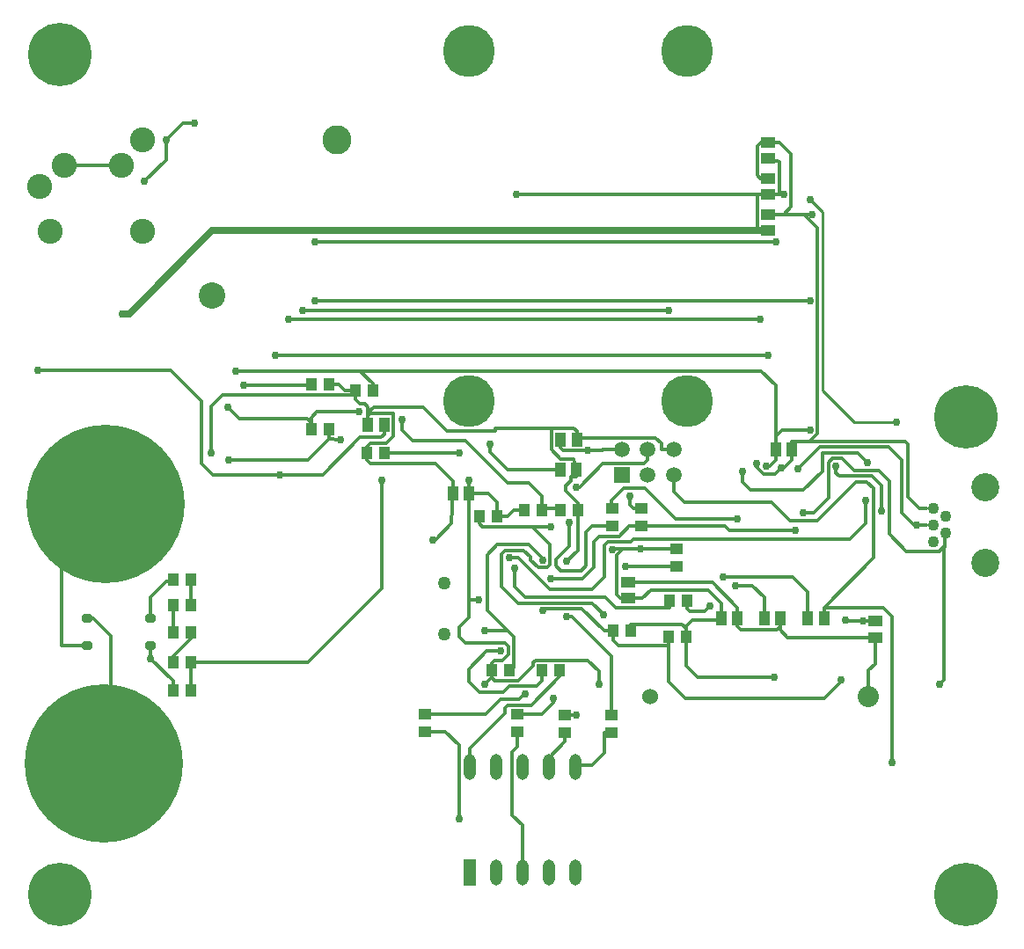
<source format=gbl>
%FSLAX24Y24*%
%MOIN*%
G70*
G01*
G75*
G04 Layer_Physical_Order=2*
G04 Layer_Color=16711680*
%ADD10R,0.0551X0.1673*%
%ADD11O,0.0551X0.0098*%
%ADD12R,0.0551X0.0098*%
G04:AMPARAMS|DCode=13|XSize=66.9mil|YSize=51.2mil|CornerRadius=12.8mil|HoleSize=0mil|Usage=FLASHONLY|Rotation=90.000|XOffset=0mil|YOffset=0mil|HoleType=Round|Shape=RoundedRectangle|*
%AMROUNDEDRECTD13*
21,1,0.0669,0.0256,0,0,90.0*
21,1,0.0413,0.0512,0,0,90.0*
1,1,0.0256,0.0128,0.0207*
1,1,0.0256,0.0128,-0.0207*
1,1,0.0256,-0.0128,-0.0207*
1,1,0.0256,-0.0128,0.0207*
%
%ADD13ROUNDEDRECTD13*%
%ADD14R,0.0394X0.0492*%
%ADD15R,0.0394X0.0591*%
%ADD16R,0.0276X0.0591*%
%ADD17R,0.0492X0.0394*%
%ADD18R,0.1181X0.3937*%
%ADD19R,0.0335X0.0315*%
%ADD20R,0.0374X0.0236*%
G04:AMPARAMS|DCode=21|XSize=90.6mil|YSize=43.3mil|CornerRadius=10.8mil|HoleSize=0mil|Usage=FLASHONLY|Rotation=270.000|XOffset=0mil|YOffset=0mil|HoleType=Round|Shape=RoundedRectangle|*
%AMROUNDEDRECTD21*
21,1,0.0906,0.0217,0,0,270.0*
21,1,0.0689,0.0433,0,0,270.0*
1,1,0.0217,-0.0108,-0.0344*
1,1,0.0217,-0.0108,0.0344*
1,1,0.0217,0.0108,0.0344*
1,1,0.0217,0.0108,-0.0344*
%
%ADD21ROUNDEDRECTD21*%
%ADD22R,0.0413X0.0551*%
%ADD23R,0.0276X0.0197*%
%ADD24O,0.0512X0.0217*%
%ADD25O,0.0217X0.0512*%
%ADD26R,0.0433X0.0866*%
%ADD27R,0.0315X0.0335*%
%ADD28R,0.0787X0.0354*%
%ADD29R,0.0787X0.1299*%
%ADD30O,0.0177X0.0709*%
%ADD31R,0.0551X0.0413*%
G04:AMPARAMS|DCode=32|XSize=60mil|YSize=20mil|CornerRadius=5mil|HoleSize=0mil|Usage=FLASHONLY|Rotation=270.000|XOffset=0mil|YOffset=0mil|HoleType=Round|Shape=RoundedRectangle|*
%AMROUNDEDRECTD32*
21,1,0.0600,0.0100,0,0,270.0*
21,1,0.0500,0.0200,0,0,270.0*
1,1,0.0100,-0.0050,-0.0250*
1,1,0.0100,-0.0050,0.0250*
1,1,0.0100,0.0050,0.0250*
1,1,0.0100,0.0050,-0.0250*
%
%ADD32ROUNDEDRECTD32*%
%ADD33R,0.0433X0.0217*%
%ADD34R,0.0295X0.0217*%
%ADD35C,0.0140*%
%ADD36C,0.0200*%
%ADD37C,0.0100*%
%ADD38C,0.0250*%
G04:AMPARAMS|DCode=39|XSize=600mil|YSize=600mil|CornerRadius=300mil|HoleSize=0mil|Usage=FLASHONLY|Rotation=0.000|XOffset=0mil|YOffset=0mil|HoleType=Round|Shape=RoundedRectangle|*
%AMROUNDEDRECTD39*
21,1,0.6000,0.0000,0,0,0.0*
21,1,0.0000,0.6000,0,0,0.0*
1,1,0.6000,0.0000,0.0000*
1,1,0.6000,0.0000,0.0000*
1,1,0.6000,0.0000,0.0000*
1,1,0.6000,0.0000,0.0000*
%
%ADD39ROUNDEDRECTD39*%
%ADD40C,0.1969*%
%ADD41C,0.1100*%
%ADD42C,0.1000*%
%ADD43C,0.0950*%
%ADD44C,0.0600*%
%ADD45C,0.0800*%
%ADD46C,0.0591*%
%ADD47R,0.0591X0.0591*%
%ADD48R,0.0472X0.0984*%
%ADD49O,0.0472X0.0984*%
G04:AMPARAMS|DCode=50|XSize=106.3mil|YSize=106.3mil|CornerRadius=53.2mil|HoleSize=0mil|Usage=FLASHONLY|Rotation=180.000|XOffset=0mil|YOffset=0mil|HoleType=Round|Shape=RoundedRectangle|*
%AMROUNDEDRECTD50*
21,1,0.1063,0.0000,0,0,180.0*
21,1,0.0000,0.1063,0,0,180.0*
1,1,0.1063,0.0000,0.0000*
1,1,0.1063,0.0000,0.0000*
1,1,0.1063,0.0000,0.0000*
1,1,0.1063,0.0000,0.0000*
%
%ADD50ROUNDEDRECTD50*%
G04:AMPARAMS|DCode=51|XSize=43.3mil|YSize=43.3mil|CornerRadius=21.7mil|HoleSize=0mil|Usage=FLASHONLY|Rotation=180.000|XOffset=0mil|YOffset=0mil|HoleType=Round|Shape=RoundedRectangle|*
%AMROUNDEDRECTD51*
21,1,0.0433,0.0000,0,0,180.0*
21,1,0.0000,0.0433,0,0,180.0*
1,1,0.0433,0.0000,0.0000*
1,1,0.0433,0.0000,0.0000*
1,1,0.0433,0.0000,0.0000*
1,1,0.0433,0.0000,0.0000*
%
%ADD51ROUNDEDRECTD51*%
%ADD52C,0.0500*%
%ADD53C,0.2400*%
%ADD54C,0.0300*%
G04:AMPARAMS|DCode=55|XSize=37.8mil|YSize=30.7mil|CornerRadius=7.7mil|HoleSize=0mil|Usage=FLASHONLY|Rotation=0.000|XOffset=0mil|YOffset=0mil|HoleType=Round|Shape=RoundedRectangle|*
%AMROUNDEDRECTD55*
21,1,0.0378,0.0154,0,0,0.0*
21,1,0.0224,0.0307,0,0,0.0*
1,1,0.0154,0.0112,-0.0077*
1,1,0.0154,-0.0112,-0.0077*
1,1,0.0154,-0.0112,0.0077*
1,1,0.0154,0.0112,0.0077*
%
%ADD55ROUNDEDRECTD55*%
D14*
X26131Y18860D02*
D03*
X26800D02*
D03*
X26131Y23050D02*
D03*
X26800D02*
D03*
X26131Y19940D02*
D03*
X26800D02*
D03*
X26131Y21050D02*
D03*
X26800D02*
D03*
Y22090D02*
D03*
X26131D02*
D03*
X41459Y25710D02*
D03*
X40790D02*
D03*
X40099D02*
D03*
X39430D02*
D03*
X34130Y27860D02*
D03*
X33461D02*
D03*
X33680Y30230D02*
D03*
X33011D02*
D03*
X32015Y28750D02*
D03*
X31346D02*
D03*
X31366Y30460D02*
D03*
X32035D02*
D03*
X37714Y25470D02*
D03*
X38383D02*
D03*
X45580Y22280D02*
D03*
X44911D02*
D03*
X40101Y19620D02*
D03*
X40770D02*
D03*
X38850D02*
D03*
X38181D02*
D03*
X44891Y20910D02*
D03*
X45560D02*
D03*
X43450Y21130D02*
D03*
X42781D02*
D03*
D17*
X42720Y17940D02*
D03*
Y17271D02*
D03*
X40970Y17940D02*
D03*
Y17271D02*
D03*
X39160Y17960D02*
D03*
Y17291D02*
D03*
X42740Y25759D02*
D03*
Y25090D02*
D03*
X43840Y25759D02*
D03*
Y25090D02*
D03*
X45180Y24229D02*
D03*
Y23560D02*
D03*
X35650Y17970D02*
D03*
Y17301D02*
D03*
D22*
X49560Y28000D02*
D03*
X48950D02*
D03*
X46895Y21604D02*
D03*
X47505D02*
D03*
X34110Y28930D02*
D03*
X33500D02*
D03*
X36715Y26330D02*
D03*
X37325D02*
D03*
X41409Y28380D02*
D03*
X40799D02*
D03*
X40795Y27230D02*
D03*
X41405D02*
D03*
X50165Y21604D02*
D03*
X50775D02*
D03*
X49120Y21590D02*
D03*
X48510D02*
D03*
D31*
X52720Y20880D02*
D03*
Y21490D02*
D03*
X43360Y22960D02*
D03*
Y22350D02*
D03*
X48665Y36910D02*
D03*
Y36300D02*
D03*
Y38272D02*
D03*
Y37661D02*
D03*
Y39633D02*
D03*
Y39023D02*
D03*
D35*
X50020Y36910D02*
X50530Y36400D01*
X49560Y28300D02*
X50230D01*
X41409Y28440D02*
X44400D01*
X28000Y30070D02*
X33011D01*
X41180Y26960D02*
X41405D01*
X25270Y20080D02*
X26131Y19219D01*
X42780Y20780D02*
Y21130D01*
X40130Y21970D02*
X41600D01*
X52466Y18623D02*
Y19620D01*
X43450Y21380D02*
X45400D01*
X45800Y21540D02*
X46895D01*
X22857Y21613D02*
X23100D01*
X47431Y22840D02*
X48070D01*
X48510Y22400D01*
Y21590D02*
Y22400D01*
X34130Y27860D02*
X36950D01*
X25270Y21613D02*
Y22400D01*
X25870Y23000D01*
X26131D02*
Y23050D01*
X52240Y21490D02*
X52720D01*
X48720Y27370D02*
X48950Y27600D01*
Y28000D01*
X28500Y30970D02*
X33200D01*
X33680Y30490D01*
Y30230D02*
Y30490D01*
X48240Y37661D02*
X48665D01*
X48240Y36400D02*
X48340Y36300D01*
X38800Y27230D02*
X40795D01*
X38130Y27900D02*
X38800Y27230D01*
X38130Y27900D02*
Y28204D01*
X45400Y21380D02*
X45560Y21220D01*
X43450Y21130D02*
Y21380D01*
X40799Y28061D02*
X40900Y27960D01*
X41830D01*
X45560Y21300D02*
X45800Y21540D01*
X46895D02*
Y21604D01*
X46000Y19350D02*
X48880D01*
X45560Y19790D02*
X46000Y19350D01*
X45560Y19790D02*
Y20910D01*
X42920Y24000D02*
X43149Y24229D01*
X42920Y22500D02*
Y24000D01*
Y22500D02*
X43070Y22350D01*
X43360D01*
X38383Y25470D02*
X38780D01*
X39020Y25710D01*
X39430D01*
X38383Y25470D02*
Y26000D01*
X38053Y26330D02*
X38383Y26000D01*
X37325Y26330D02*
X38053D01*
X37325D02*
Y26834D01*
X40799Y28061D02*
Y28380D01*
X42400Y27960D02*
Y28004D01*
X43112D01*
X42760Y24200D02*
X42789Y24229D01*
X37910Y19090D02*
X38181Y19361D01*
Y19620D01*
X43561Y25759D02*
X43840D01*
X43420Y25900D02*
X43561Y25759D01*
X43420Y25900D02*
Y26240D01*
X43810Y24229D02*
X45180D01*
X44891Y20560D02*
Y20910D01*
X43000Y20560D02*
X44891D01*
X42780Y20780D02*
X43000Y20560D01*
X42780Y21130D02*
X42781D01*
X51423Y19193D02*
Y19250D01*
X50800Y18570D02*
X51423Y19193D01*
X45521Y18570D02*
X50800D01*
X44891Y19200D02*
X45521Y18570D01*
X31483Y33630D02*
X50240D01*
X30483Y32920D02*
X48360D01*
X29980Y31560D02*
X48650D01*
X39160Y17960D02*
X40080D01*
X40520Y18400D01*
Y18560D01*
X39220Y18540D02*
X39420Y18740D01*
X38520Y18540D02*
X39220D01*
X37950Y17970D02*
X38520Y18540D01*
X35650Y17970D02*
X37950D01*
X38620Y18800D02*
X38844Y19024D01*
X37720Y18800D02*
X38620D01*
X37320Y19200D02*
X37720Y18800D01*
X37320Y19200D02*
Y19680D01*
X38000Y20360D01*
X38520D01*
X46263Y21850D02*
X46463Y22050D01*
X45700Y21850D02*
X46263D01*
X45580Y21970D02*
X45700Y21850D01*
X45580Y21970D02*
Y22280D01*
X26800Y18860D02*
Y19940D01*
X26131D02*
Y20160D01*
X26800Y20829D01*
Y21050D01*
X26131D02*
Y22090D01*
X26800D02*
Y23050D01*
X52950Y25650D02*
Y26640D01*
X52600Y26990D02*
X52950Y26640D01*
X51340Y26990D02*
X52600D01*
X51230Y27100D02*
X51340Y26990D01*
X51230Y27100D02*
Y27380D01*
X40340Y15960D02*
Y16300D01*
X40970Y16930D01*
Y17271D01*
X41340Y15960D02*
Y16030D01*
X42000D02*
X42460Y16490D01*
Y17271D02*
X42720D01*
X39160Y16740D02*
Y17291D01*
X38962Y16542D02*
X39160Y16740D01*
X38962Y14128D02*
Y16542D01*
Y14128D02*
X39340Y13750D01*
Y11960D02*
Y13750D01*
X40790Y25710D02*
Y25770D01*
X33500Y28930D02*
Y29250D01*
X33600Y29350D01*
X34457D01*
Y28503D02*
Y29350D01*
X34200Y28246D02*
X34457Y28503D01*
X33600Y28246D02*
X34200D01*
X33461Y28107D02*
X33600Y28246D01*
X33461Y27860D02*
Y28107D01*
X33380Y29720D02*
X33500Y29600D01*
X33191Y29720D02*
X33380D01*
X33011Y29900D02*
X33191Y29720D01*
X32035Y30460D02*
X32400D01*
X32630Y30230D01*
X33011D01*
X27550Y29620D02*
X28000Y30070D01*
X36715Y26330D02*
Y26800D01*
X36045Y27470D02*
X36715Y26800D01*
X33591Y27470D02*
X36045D01*
X33461Y27600D02*
X33591Y27470D01*
X33461Y27600D02*
Y27860D01*
X41030Y23750D02*
X41459Y24179D01*
Y25710D01*
X41405Y26960D02*
Y27230D01*
X41180Y26810D02*
Y26960D01*
X41000Y26630D02*
X41180Y26810D01*
X41000Y26430D02*
Y26630D01*
Y26430D02*
X41459Y25971D01*
Y25710D02*
Y25971D01*
X49120Y21290D02*
Y21590D01*
X49000Y21170D02*
X49120Y21290D01*
X47635Y21170D02*
X49000D01*
X47505Y21300D02*
X47635Y21170D01*
X47505Y21300D02*
Y21604D01*
X49400Y20880D02*
X52720D01*
X49120Y21160D02*
X49400Y20880D01*
X49560Y28000D02*
Y28300D01*
X53850D02*
X53950Y28200D01*
Y26213D02*
Y28200D01*
Y26213D02*
X54400Y25763D01*
X54672D01*
X52466Y19620D02*
X52720Y19874D01*
Y20880D01*
X48665Y36910D02*
X49240D01*
X49530Y37200D01*
Y39200D01*
X49097Y39633D02*
X49530Y39200D01*
X48665Y39633D02*
X49097D01*
X48368Y38272D02*
X48665D01*
X48240Y38400D02*
X48368Y38272D01*
X48240Y38400D02*
Y39500D01*
X48373Y39633D01*
X48665D01*
X37714Y25200D02*
Y25470D01*
Y25200D02*
X37834Y25080D01*
X39720D02*
X40400Y24400D01*
Y23620D02*
Y24400D01*
X40300Y23520D02*
X40400Y23620D01*
X39940Y23520D02*
X40300D01*
X39660Y23800D02*
X39940Y23520D01*
X39660Y23800D02*
Y23920D01*
X39400Y24180D02*
X39660Y23920D01*
X38700Y24180D02*
X39400D01*
X38560Y24040D02*
X38700Y24180D01*
X38560Y22800D02*
Y24040D01*
Y22800D02*
X39180Y22180D01*
X42000D01*
X42410Y21770D01*
Y21730D02*
Y21770D01*
X22005Y38757D02*
X24170D01*
X31346Y29200D02*
X31566Y29420D01*
X33150D01*
X31200Y29180D02*
X31346Y29034D01*
X28610Y29180D02*
X31200D01*
X28190Y29600D02*
X28610Y29180D01*
X28190Y29600D02*
Y29610D01*
X31366Y30440D02*
Y30460D01*
X31010Y33270D02*
X44873D01*
X28210Y27610D02*
X31225D01*
X32015Y28400D01*
Y28750D01*
Y28400D02*
X32440Y28380D01*
X48950Y28000D02*
Y28490D01*
X49200Y28740D01*
X50240D01*
X51600Y21490D02*
Y21530D01*
X48400Y30970D02*
X48950Y30420D01*
X48665Y39023D02*
X49090Y38900D01*
X46895Y21604D02*
Y22175D01*
X46400Y22670D02*
X46895Y22175D01*
X44210Y22670D02*
X46400D01*
X43890Y22350D02*
X44210Y22670D01*
X43360Y22350D02*
X43890D01*
X42240Y19112D02*
Y19600D01*
X41830Y20010D02*
X42240Y19600D01*
X38300Y19234D02*
X39187D01*
X38181Y19353D02*
X38300Y19234D01*
X36960Y21270D02*
X37325Y21635D01*
X36960Y20890D02*
Y21270D01*
Y20890D02*
X37200Y20650D01*
X38700D01*
X38810Y20540D01*
Y20216D02*
Y20540D01*
X38600Y20006D02*
X38810Y20216D01*
X38287Y20006D02*
X38600D01*
X38181Y19900D02*
X38287Y20006D01*
X38181Y19620D02*
Y19900D01*
X45171Y25360D02*
X47487D01*
X44000Y26531D02*
X45171Y25360D01*
X43200Y26531D02*
X44000D01*
X42730Y26061D02*
X43200Y26531D01*
X42730Y25759D02*
X42740D01*
X40130Y21890D02*
Y21970D01*
X41600D02*
X42440Y21130D01*
X42720Y17940D02*
Y20180D01*
X41220Y21680D02*
X42720Y20180D01*
X41030Y21680D02*
X41220D01*
X40970Y17940D02*
X41400D01*
X41390Y26570D02*
X41510D01*
X42400Y27460D01*
X43956D01*
X44096Y27600D01*
Y28004D01*
X45080Y26400D02*
Y27020D01*
Y26400D02*
X45490Y25990D01*
X48800D01*
X49502Y25288D01*
X50508D01*
X52000Y26780D01*
X52400D01*
X52660Y26520D01*
Y23885D02*
Y26520D01*
X50775Y22000D02*
X52660Y23885D01*
X50775Y21604D02*
Y22000D01*
X53010D01*
X53340Y21670D01*
Y16132D02*
Y21670D01*
X44911Y22000D02*
Y22280D01*
X42500Y22390D02*
X42890Y22000D01*
X39470Y22390D02*
X42500D01*
X39060Y22800D02*
X39470Y22390D01*
X39060Y22800D02*
Y23490D01*
X42000Y25090D02*
X42740D01*
X41772Y24862D02*
X42000Y25090D01*
X41772Y23582D02*
Y24862D01*
X41600Y23410D02*
X41772Y23582D01*
X40800Y23410D02*
X41600D01*
X40610Y23600D02*
X40800Y23410D01*
X40610Y23600D02*
Y23830D01*
X41110Y24330D01*
Y25230D01*
X34010Y22730D02*
Y26834D01*
X31220Y19940D02*
X34010Y22730D01*
X26800Y19940D02*
X31220D01*
X52040Y27880D02*
X52430Y27490D01*
X50000Y26450D02*
X50730Y27180D01*
X48000Y26450D02*
X50000D01*
X47700Y26750D02*
X48000Y26450D01*
X47700Y26750D02*
Y27150D01*
X38780Y18300D02*
X39680D01*
X38680Y18200D02*
X38780Y18300D01*
X38680Y18000D02*
Y18200D01*
X37340Y16660D02*
X38680Y18000D01*
X37340Y15960D02*
Y16660D01*
X35650Y17301D02*
X36439D01*
X36940Y16800D01*
Y14010D02*
Y16800D01*
X46940Y23170D02*
X49600D01*
X50165Y22605D01*
Y21604D02*
Y22605D01*
X39600Y26740D02*
X40099Y26241D01*
X38790Y26740D02*
X39600D01*
X37200Y28330D02*
X38790Y26740D01*
X35200Y28330D02*
X37200D01*
X34790Y28740D02*
X35200Y28330D01*
X34790Y28740D02*
Y29130D01*
X40420Y23100D02*
X41630D01*
X43020Y24710D02*
X43400Y25090D01*
X43840D01*
X47020D01*
X47190Y24920D01*
X49680D01*
X43260Y23560D02*
X45180D01*
X52370Y25200D02*
Y26080D01*
X51770Y24600D02*
X52370Y25200D01*
X43560Y24600D02*
X51770D01*
X43450Y24490D02*
X43560Y24600D01*
X42600Y24490D02*
X43450D01*
X42460Y24350D02*
X42600Y24490D01*
X42460Y23170D02*
Y24350D01*
X42000Y22710D02*
X42460Y23170D01*
X40380Y22710D02*
X42000D01*
X39200Y23890D02*
X40380Y22710D01*
X38850Y23890D02*
X39200D01*
X33500Y29400D02*
X33711Y29611D01*
X35600D01*
X36500Y28711D01*
X38310D01*
Y28810D01*
X41300D02*
X41409Y28701D01*
X25270Y20080D02*
Y20550D01*
X26131Y18860D02*
Y19219D01*
X43360Y22960D02*
X46540D01*
X47505Y21995D01*
Y21604D02*
Y21995D01*
X41300Y27646D02*
X41405Y27230D01*
X40794Y27646D02*
X41300D01*
X40440Y28000D02*
X40794Y27646D01*
X40440Y28000D02*
Y28810D01*
X36670Y25200D02*
X36715Y26330D01*
X36050Y24580D02*
X36670Y25200D01*
X49560Y27600D02*
Y28000D01*
X40110Y23810D02*
Y23880D01*
X39600Y24390D02*
X40110Y23880D01*
X38400Y24390D02*
X39600D01*
X38024Y24014D02*
X38400Y24390D01*
X38850Y19620D02*
Y19724D01*
X50000Y25610D02*
X50400D01*
X50940Y26150D01*
Y27510D01*
X51100Y27670D01*
X51450D01*
X51920Y27200D01*
X52840D01*
X53240Y26800D01*
Y24800D02*
Y26800D01*
Y24800D02*
X53900Y24140D01*
X53220Y28090D02*
X53710Y27600D01*
Y25600D02*
Y27600D01*
Y25600D02*
X54177Y25133D01*
X30172Y27030D02*
X31774D01*
X33200Y28456D01*
X34000D01*
X34110Y28566D01*
Y28930D01*
X26010Y31000D02*
X27180Y29830D01*
X33200Y30970D02*
X48400D01*
X48950Y28490D02*
Y30420D01*
X48240Y36400D02*
Y37661D01*
X39110D02*
X48240D01*
X48665D02*
X49090D01*
X49240D01*
X37325Y21635D02*
Y22278D01*
Y26330D01*
X38181Y19353D02*
Y19361D01*
X41830Y27960D02*
X42400D01*
X45560Y20910D02*
Y21220D01*
Y21300D01*
X42789Y24229D02*
X43149D01*
X43810D01*
X42440Y21130D02*
X42780D01*
X44891Y19200D02*
Y20560D01*
X40099Y25710D02*
Y25770D01*
Y26241D01*
X25270Y20050D02*
Y20080D01*
X33500Y29400D02*
Y29600D01*
X33011Y29900D02*
Y30070D01*
Y30230D01*
X33500Y29250D02*
Y29400D01*
X38310Y28810D02*
X40440D01*
X41300D01*
X49120Y21160D02*
Y21290D01*
X41409Y28440D02*
Y28701D01*
X49240Y36910D02*
X50020D01*
X37834Y25080D02*
X39720D01*
X40422D01*
X37910Y21120D02*
X38800D01*
X31346Y28750D02*
Y29034D01*
Y29200D01*
X50730Y27180D02*
Y27880D01*
X52040D01*
X49790Y27270D02*
X50610Y28090D01*
X53220D01*
X50230Y28300D02*
X53850D01*
X50530Y28600D02*
Y36400D01*
X50230Y28300D02*
X50530Y28600D01*
X48340Y36300D02*
X48665D01*
X37348Y22300D02*
X37690D01*
X37325Y22278D02*
X37348Y22300D01*
X38024Y21900D02*
X39020Y20904D01*
Y19724D02*
Y20904D01*
X38024Y21900D02*
Y24014D01*
X40770Y19390D02*
Y19620D01*
X39680Y18300D02*
X40770Y19390D01*
X39850Y20010D02*
X41830D01*
X39187Y19234D02*
X39764Y19811D01*
Y19924D01*
X39850Y20010D01*
X39884Y19024D02*
X40101Y19241D01*
X39460Y18730D02*
Y18740D01*
X40101Y19241D02*
Y19620D01*
X38844Y19024D02*
X39884D01*
X42045Y23515D02*
Y24485D01*
X42270Y24710D01*
X41630Y23100D02*
X42045Y23515D01*
X42270Y24710D02*
X43020D01*
X27180Y27470D02*
Y29830D01*
Y27470D02*
X27620Y27030D01*
X30172D01*
X49090Y37661D02*
Y38900D01*
X25870Y23000D02*
X26131D01*
X38850Y19724D02*
X39020D01*
X28790Y30440D02*
X31366D01*
X51600Y21490D02*
X52240D01*
X42730Y25759D02*
Y26061D01*
X42890Y22000D02*
X44911D01*
X39420Y18740D02*
X39460D01*
X21000Y31000D02*
X26010D01*
X21890Y20550D02*
X22857D01*
X21890D02*
Y24710D01*
X23210D01*
Y26300D01*
X23770Y16800D02*
Y20943D01*
X23100Y21613D02*
X23770Y20943D01*
X23210Y16240D02*
X23770Y16800D01*
X25020Y38160D02*
X25840Y38980D01*
Y39720D01*
X26480Y40360D02*
X26910D01*
X25840Y39720D02*
X26480Y40360D01*
X40099Y25770D02*
X40790D01*
X55144Y19100D02*
X55310Y19266D01*
Y24294D01*
X53900Y24140D02*
X55150D01*
X55304Y24294D01*
X55310D01*
X54177Y25133D02*
X54300D01*
X54672D01*
X48600Y27370D02*
X48720D01*
X48230Y27330D02*
Y27450D01*
Y27330D02*
X48480Y27080D01*
X48920D01*
X49140Y27300D01*
X49260D01*
X49560Y27600D01*
X27550Y27880D02*
Y29620D01*
X41409Y28380D02*
Y28440D01*
X44620Y28004D02*
X45080D01*
X44620D02*
Y28220D01*
X44400Y28440D02*
X44620Y28220D01*
X27550Y27850D02*
Y27880D01*
X50020Y36910D02*
X50330D01*
X31483Y35870D02*
X48950D01*
X41340Y16030D02*
X42000D01*
X42460Y16490D02*
Y17271D01*
X55370Y24294D02*
Y24818D01*
D37*
X50250Y37460D02*
X50720Y36990D01*
Y30230D02*
Y36990D01*
Y30230D02*
X51930Y29020D01*
X53510D01*
D38*
X24180Y33140D02*
X24440D01*
X27600Y36300D01*
X48340D01*
D39*
X23480Y16110D02*
D03*
X23550Y25940D02*
D03*
D40*
X37317Y43104D02*
D03*
X45585D02*
D03*
X37317Y29836D02*
D03*
X45585D02*
D03*
D41*
X32310Y39730D02*
D03*
D42*
X27586Y33844D02*
D03*
D43*
X21060Y37970D02*
D03*
X22005Y38757D02*
D03*
X24170D02*
D03*
X21454Y36277D02*
D03*
X24958D02*
D03*
Y39742D02*
D03*
D44*
X44198Y18623D02*
D03*
D45*
X52466D02*
D03*
D46*
X45080Y28004D02*
D03*
Y27020D02*
D03*
X44096Y28004D02*
D03*
Y27020D02*
D03*
X43112Y28004D02*
D03*
D47*
Y27020D02*
D03*
D48*
X37340Y11960D02*
D03*
D49*
X38340D02*
D03*
X39340D02*
D03*
X40340D02*
D03*
X41340D02*
D03*
X37340Y15960D02*
D03*
X38340D02*
D03*
X39340D02*
D03*
X40340D02*
D03*
X41340D02*
D03*
D50*
X56900Y26570D02*
D03*
Y23696D02*
D03*
D51*
X55384Y25448D02*
D03*
X54912Y25133D02*
D03*
X55384Y24818D02*
D03*
X54912Y25763D02*
D03*
Y24503D02*
D03*
D52*
X36380Y22920D02*
D03*
Y20999D02*
D03*
D53*
X21810Y42971D02*
D03*
Y11121D02*
D03*
X56160D02*
D03*
Y29221D02*
D03*
D54*
X47431Y22840D02*
D03*
X36950Y27860D02*
D03*
X52240Y21490D02*
D03*
X28500Y30970D02*
D03*
X38130Y28204D02*
D03*
X39110Y37661D02*
D03*
X41830Y27960D02*
D03*
X48880Y19350D02*
D03*
X37325Y26834D02*
D03*
X42760Y24200D02*
D03*
X37910Y19090D02*
D03*
X43420Y26240D02*
D03*
X43810Y24229D02*
D03*
X51423Y19250D02*
D03*
X31483Y33630D02*
D03*
X50240D02*
D03*
X30483Y32920D02*
D03*
X48360D02*
D03*
X29980Y31560D02*
D03*
X48650D02*
D03*
X40520Y18560D02*
D03*
X41400Y17940D02*
D03*
X38520Y20360D02*
D03*
X46463Y22050D02*
D03*
X52950Y25650D02*
D03*
X51230Y27380D02*
D03*
X27550Y27880D02*
D03*
X41030Y23750D02*
D03*
X50330Y36910D02*
D03*
X40422Y25080D02*
D03*
X42410Y21730D02*
D03*
X55144Y19100D02*
D03*
X33150Y29420D02*
D03*
X28190Y29610D02*
D03*
X28790Y30440D02*
D03*
X31010Y33270D02*
D03*
X44873D02*
D03*
X28210Y27610D02*
D03*
X32440Y28380D02*
D03*
X50240Y28740D02*
D03*
X51600Y21530D02*
D03*
X49240Y37661D02*
D03*
X24180Y33140D02*
D03*
X42240Y19112D02*
D03*
X47487Y25360D02*
D03*
X40130Y21890D02*
D03*
X41030Y21680D02*
D03*
X41390Y26570D02*
D03*
X53340Y16132D02*
D03*
X39060Y23490D02*
D03*
X41110Y25230D02*
D03*
X34010Y26834D02*
D03*
X52430Y27490D02*
D03*
X36940Y14010D02*
D03*
X46940Y23170D02*
D03*
X34790Y29130D02*
D03*
X40420Y23100D02*
D03*
X49680Y24920D02*
D03*
X43260Y23560D02*
D03*
X52370Y26080D02*
D03*
X38850Y23890D02*
D03*
X25270Y20050D02*
D03*
X35960Y24580D02*
D03*
X40110Y23810D02*
D03*
X50000Y25610D02*
D03*
X49790Y27270D02*
D03*
X30172Y27030D02*
D03*
X21000Y31000D02*
D03*
X50250Y37460D02*
D03*
X53510Y29020D02*
D03*
X37910Y21120D02*
D03*
X37690Y22300D02*
D03*
X39460Y18730D02*
D03*
X25020Y38160D02*
D03*
X25840Y39720D02*
D03*
X26910Y40360D02*
D03*
X54300Y25133D02*
D03*
X49140Y27300D02*
D03*
X47700Y27150D02*
D03*
X48230Y27450D02*
D03*
X48600Y27370D02*
D03*
X48950Y35870D02*
D03*
X31483D02*
D03*
D55*
X25270Y20550D02*
D03*
Y21613D02*
D03*
X22857D02*
D03*
Y20550D02*
D03*
M02*

</source>
